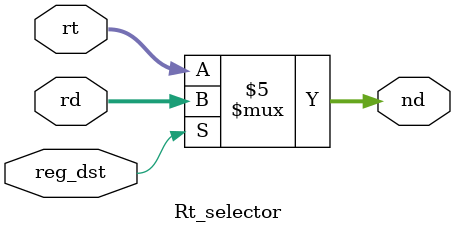
<source format=v>
`timescale 1ns / 1ps


module Rt_selector(
    input[4:0] rt,
    input[4:0] rd,
    input reg_dst,
    output reg[4:0] nd
    );
    initial begin
        nd = 0;
    end
    
    always @(rt or rd or reg_dst) begin
        if(reg_dst == 0) begin
            nd = rt;
        end
        else begin
            nd = rd;
        end
    end
endmodule

</source>
